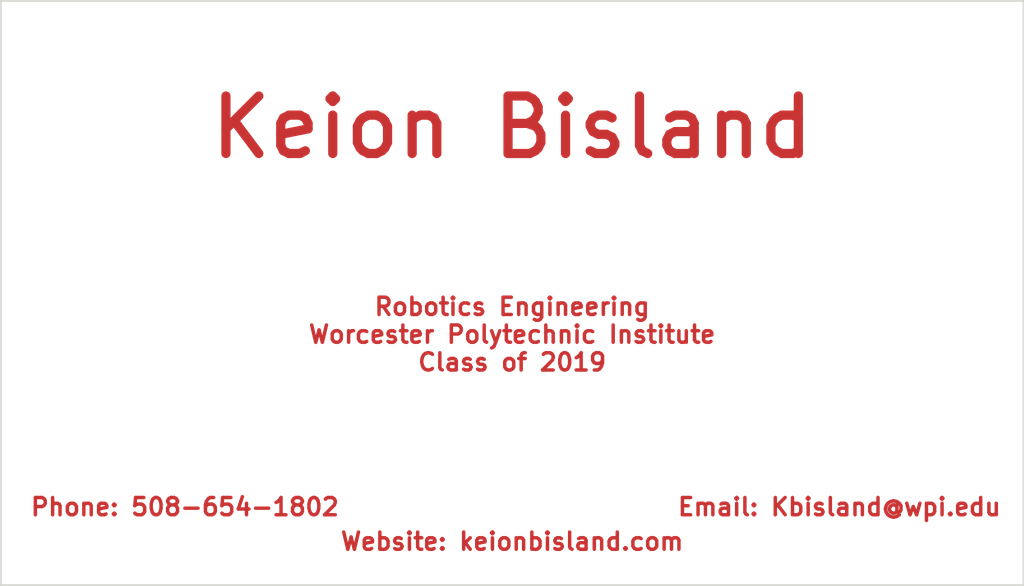
<source format=kicad_pcb>
(kicad_pcb (version 4) (host pcbnew 4.0.7)

  (general
    (links 0)
    (no_connects 0)
    (area 32.344999 29.534999 121.395001 80.485001)
    (thickness 1.6)
    (drawings 14)
    (tracks 0)
    (zones 0)
    (modules 0)
    (nets 1)
  )

  (page A4)
  (layers
    (0 F.Cu signal)
    (31 B.Cu signal)
    (32 B.Adhes user)
    (33 F.Adhes user)
    (34 B.Paste user)
    (35 F.Paste user)
    (36 B.SilkS user)
    (37 F.SilkS user)
    (38 B.Mask user)
    (39 F.Mask user)
    (40 Dwgs.User user)
    (41 Cmts.User user)
    (42 Eco1.User user)
    (43 Eco2.User user)
    (44 Edge.Cuts user)
    (45 Margin user)
    (46 B.CrtYd user)
    (47 F.CrtYd user)
    (48 B.Fab user)
    (49 F.Fab user)
  )

  (setup
    (last_trace_width 0.25)
    (trace_clearance 0.2)
    (zone_clearance 0.508)
    (zone_45_only no)
    (trace_min 0.2)
    (segment_width 0.2)
    (edge_width 0.15)
    (via_size 0.6)
    (via_drill 0.4)
    (via_min_size 0.4)
    (via_min_drill 0.3)
    (uvia_size 0.3)
    (uvia_drill 0.1)
    (uvias_allowed no)
    (uvia_min_size 0.2)
    (uvia_min_drill 0.1)
    (pcb_text_width 0.3)
    (pcb_text_size 1.5 1.5)
    (mod_edge_width 0.15)
    (mod_text_size 1 1)
    (mod_text_width 0.15)
    (pad_size 1.524 1.524)
    (pad_drill 0.762)
    (pad_to_mask_clearance 0.2)
    (aux_axis_origin 0 0)
    (visible_elements FFFFFF7F)
    (pcbplotparams
      (layerselection 0x00030_80000001)
      (usegerberextensions false)
      (excludeedgelayer true)
      (linewidth 0.100000)
      (plotframeref false)
      (viasonmask false)
      (mode 1)
      (useauxorigin false)
      (hpglpennumber 1)
      (hpglpenspeed 20)
      (hpglpendiameter 15)
      (hpglpenoverlay 2)
      (psnegative false)
      (psa4output false)
      (plotreference true)
      (plotvalue true)
      (plotinvisibletext false)
      (padsonsilk false)
      (subtractmaskfromsilk false)
      (outputformat 1)
      (mirror false)
      (drillshape 1)
      (scaleselection 1)
      (outputdirectory ""))
  )

  (net 0 "")

  (net_class Default "This is the default net class."
    (clearance 0.2)
    (trace_width 0.25)
    (via_dia 0.6)
    (via_drill 0.4)
    (uvia_dia 0.3)
    (uvia_drill 0.1)
  )

  (gr_text "Email: Kbisland@wpi.edu" (at 105.33 73.59) (layer F.Mask)
    (effects (font (size 1.5 1.5) (thickness 0.3)))
  )
  (gr_text "Website: keionbisland.com\n" (at 76.89 76.61) (layer F.Mask)
    (effects (font (size 1.5 1.5) (thickness 0.3)))
  )
  (gr_text "Phone: 508-654-1802\n" (at 48.39 73.59) (layer F.Mask)
    (effects (font (size 1.5 1.5) (thickness 0.3)))
  )
  (gr_text "Robotics Engineering\nWorcester Polytechnic Institute\nClass of 2019" (at 76.86 58.62) (layer F.Mask)
    (effects (font (size 1.5 1.5) (thickness 0.3)))
  )
  (gr_text "Keion Bisland" (at 76.86 40.6) (layer F.Mask)
    (effects (font (size 5 5) (thickness 0.8)))
  )
  (gr_text "Website: keionbisland.com\n" (at 76.87 76.61) (layer F.Cu)
    (effects (font (size 1.5 1.5) (thickness 0.3)))
  )
  (gr_text "Email: Kbisland@wpi.edu" (at 105.32 73.61) (layer F.Cu)
    (effects (font (size 1.5 1.5) (thickness 0.3)))
  )
  (gr_text "Phone: 508-654-1802\n" (at 48.42 73.61) (layer F.Cu)
    (effects (font (size 1.5 1.5) (thickness 0.3)))
  )
  (gr_text "Robotics Engineering\nWorcester Polytechnic Institute\nClass of 2019" (at 76.87 58.61) (layer F.Cu)
    (effects (font (size 1.5 1.5) (thickness 0.3)))
  )
  (gr_text "Keion Bisland" (at 76.87 40.61) (layer F.Cu)
    (effects (font (size 5 5) (thickness 0.8)))
  )
  (gr_line (start 121.32 29.61) (end 32.42 29.61) (angle 90) (layer Edge.Cuts) (width 0.15))
  (gr_line (start 121.32 80.41) (end 121.32 29.61) (angle 90) (layer Edge.Cuts) (width 0.15))
  (gr_line (start 32.42 80.41) (end 121.32 80.41) (angle 90) (layer Edge.Cuts) (width 0.15))
  (gr_line (start 32.42 29.61) (end 32.42 80.41) (angle 90) (layer Edge.Cuts) (width 0.15))

)

</source>
